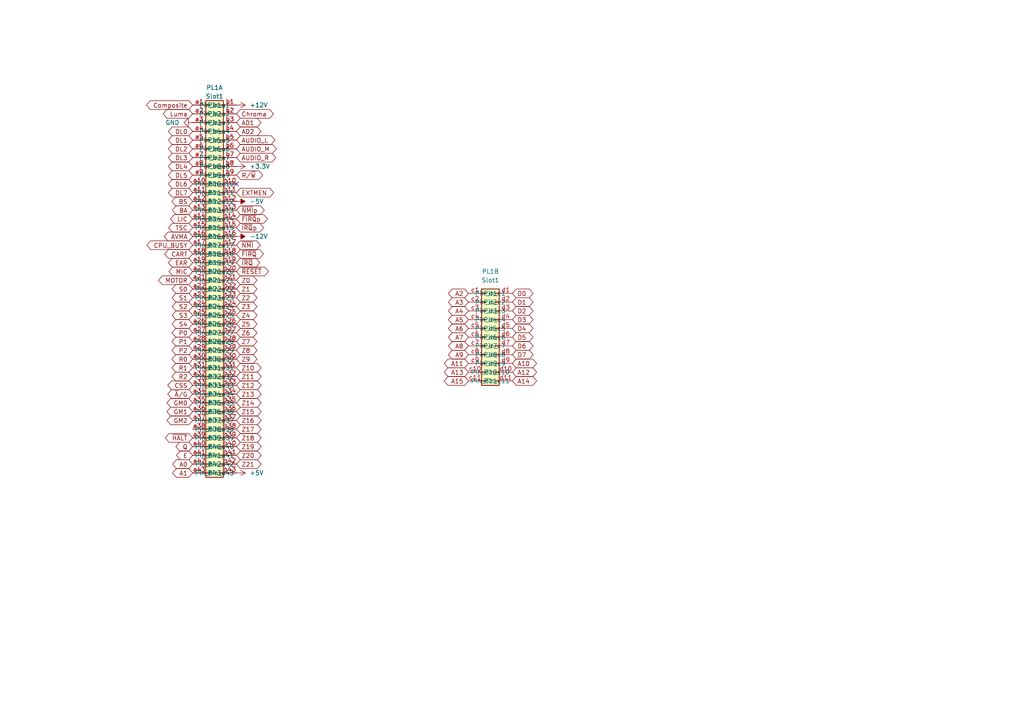
<source format=kicad_sch>
(kicad_sch (version 20231120) (generator "eeschema") (generator_version "8.0")
  (paper "A4")
  (lib_symbols
    (symbol "Card_Edge_1"
      (property "Reference" "PL" (at 0 -0.254 0))
      (symbol "Card_Edge_1_1_1"
        (pin passive line (at -6.35 53.34 0) (length 3.81) (name "Pin_a1") (number "a1"))
        (pin passive line (at -6.35 30.48 0) (length 3.81) (name "Pin_a10") (number "a10"))
        (pin passive line (at -6.35 27.94 0) (length 3.81) (name "Pin_a11") (number "a11"))
        (pin passive line (at -6.35 25.4 0) (length 3.81) (name "Pin_a12") (number "a12"))
        (pin passive line (at -6.35 22.86 0) (length 3.81) (name "Pin_a13") (number "a13"))
        (pin passive line (at -6.35 20.32 0) (length 3.81) (name "Pin_a14") (number "a14"))
        (pin passive line (at -6.35 17.78 0) (length 3.81) (name "Pin_a15") (number "a15"))
        (pin passive line (at -6.35 15.24 0) (length 3.81) (name "Pin_a16") (number "a16"))
        (pin passive line (at -6.35 12.7 0) (length 3.81) (name "Pin_a17") (number "a17"))
        (pin passive line (at -6.35 10.16 0) (length 3.81) (name "Pin_a18") (number "a18"))
        (pin passive line (at -6.35 7.62 0) (length 3.81) (name "Pin_a19") (number "a19"))
        (pin passive line (at -6.35 50.8 0) (length 3.81) (name "Pin_a2") (number "a2"))
        (pin passive line (at -6.35 5.08 0) (length 3.81) (name "Pin_a20") (number "a20"))
        (pin passive line (at -6.35 2.54 0) (length 3.81) (name "Pin_a21") (number "a21"))
        (pin passive line (at -6.35 0 0) (length 3.81) (name "Pin_a22") (number "a22"))
        (pin passive line (at -6.35 -2.54 0) (length 3.81) (name "Pin_a23") (number "a23"))
        (pin passive line (at -6.35 -5.08 0) (length 3.81) (name "Pin_a24") (number "a24"))
        (pin passive line (at -6.35 -7.62 0) (length 3.81) (name "Pin_a25") (number "a25"))
        (pin passive line (at -6.35 -10.16 0) (length 3.81) (name "Pin_a26") (number "a26"))
        (pin passive line (at -6.35 -12.7 0) (length 3.81) (name "Pin_a27") (number "a27"))
        (pin passive line (at -6.35 -15.24 0) (length 3.81) (name "Pin_a28") (number "a28"))
        (pin passive line (at -6.35 -17.78 0) (length 3.81) (name "Pin_a29") (number "a29"))
        (pin passive line (at -6.35 48.26 0) (length 3.81) (name "Pin_a3") (number "a3"))
        (pin passive line (at -6.35 -20.32 0) (length 3.81) (name "Pin_a30") (number "a30"))
        (pin passive line (at -6.35 -22.86 0) (length 3.81) (name "Pin_a31") (number "a31"))
        (pin passive line (at -6.35 -25.4 0) (length 3.81) (name "Pin_a32") (number "a32"))
        (pin passive line (at -6.35 -27.94 0) (length 3.81) (name "Pin_a33") (number "a33"))
        (pin passive line (at -6.35 -30.48 0) (length 3.81) (name "Pin_a34") (number "a34"))
        (pin passive line (at -6.35 -33.02 0) (length 3.81) (name "Pin_a35") (number "a35"))
        (pin passive line (at -6.35 -35.56 0) (length 3.81) (name "Pin_a36") (number "a36"))
        (pin passive line (at -6.35 -38.1 0) (length 3.81) (name "Pin_a37") (number "a37"))
        (pin passive line (at -6.35 -40.64 0) (length 3.81) (name "Pin_a38") (number "a38"))
        (pin passive line (at -6.35 -43.18 0) (length 3.81) (name "Pin_a39") (number "a39"))
        (pin passive line (at -6.35 45.72 0) (length 3.81) (name "Pin_a4") (number "a4"))
        (pin passive line (at -6.35 -45.72 0) (length 3.81) (name "Pin_a40") (number "a40"))
        (pin passive line (at -6.35 -48.26 0) (length 3.81) (name "Pin_a41") (number "a41"))
        (pin passive line (at -6.35 -50.8 0) (length 3.81) (name "Pin_a42") (number "a42"))
        (pin passive line (at -6.35 -53.34 0) (length 3.81) (name "Pin_a43") (number "a43"))
        (pin passive line (at -6.35 43.18 0) (length 3.81) (name "Pin_a5") (number "a5"))
        (pin passive line (at -6.35 40.64 0) (length 3.81) (name "Pin_a6") (number "a6"))
        (pin passive line (at -6.35 38.1 0) (length 3.81) (name "Pin_a7") (number "a7"))
        (pin passive line (at -6.35 35.56 0) (length 3.81) (name "Pin_a8") (number "a8"))
        (pin passive line (at -6.35 33.02 0) (length 3.81) (name "Pin_a9") (number "a9"))
        (pin passive line (at 6.35 53.34 180) (length 3.81) (name "Pin_b1") (number "b1"))
        (pin passive line (at 6.35 30.48 180) (length 3.81) (name "Pin_b10") (number "b10"))
        (pin passive line (at 6.35 27.94 180) (length 3.81) (name "Pin_b11") (number "b11"))
        (pin passive line (at 6.35 25.4 180) (length 3.81) (name "Pin_b12") (number "b12"))
        (pin passive line (at 6.35 22.86 180) (length 3.81) (name "Pin_b13") (number "b13"))
        (pin passive line (at 6.35 20.32 180) (length 3.81) (name "Pin_b14") (number "b14"))
        (pin passive line (at 6.35 17.78 180) (length 3.81) (name "Pin_b15") (number "b15"))
        (pin passive line (at 6.35 15.24 180) (length 3.81) (name "Pin_b16") (number "b16"))
        (pin passive line (at 6.35 12.7 180) (length 3.81) (name "Pin_b17") (number "b17"))
        (pin passive line (at 6.35 10.16 180) (length 3.81) (name "Pin_b18") (number "b18"))
        (pin passive line (at 6.35 7.62 180) (length 3.81) (name "Pin_b19") (number "b19"))
        (pin passive line (at 6.35 50.8 180) (length 3.81) (name "Pin_b2") (number "b2"))
        (pin passive line (at 6.35 5.08 180) (length 3.81) (name "Pin_b20") (number "b20"))
        (pin passive line (at 6.35 2.54 180) (length 3.81) (name "Pin_b21") (number "b21"))
        (pin passive line (at 6.35 0 180) (length 3.81) (name "Pin_b22") (number "b22"))
        (pin passive line (at 6.35 -2.54 180) (length 3.81) (name "Pin_b23") (number "b23"))
        (pin passive line (at 6.35 -5.08 180) (length 3.81) (name "Pin_b24") (number "b24"))
        (pin passive line (at 6.35 -7.62 180) (length 3.81) (name "Pin_b25") (number "b25"))
        (pin passive line (at 6.35 -10.16 180) (length 3.81) (name "Pin_b26") (number "b26"))
        (pin passive line (at 6.35 -12.7 180) (length 3.81) (name "Pin_b27") (number "b27"))
        (pin passive line (at 6.35 -15.24 180) (length 3.81) (name "Pin_b28") (number "b28"))
        (pin passive line (at 6.35 -17.78 180) (length 3.81) (name "Pin_b29") (number "b29"))
        (pin passive line (at 6.35 48.26 180) (length 3.81) (name "Pin_b3") (number "b3"))
        (pin passive line (at 6.35 -20.32 180) (length 3.81) (name "Pin_b30") (number "b30"))
        (pin passive line (at 6.35 -22.86 180) (length 3.81) (name "Pin_b31") (number "b31"))
        (pin passive line (at 6.35 -25.4 180) (length 3.81) (name "Pin_b32") (number "b32"))
        (pin passive line (at 6.35 -27.94 180) (length 3.81) (name "Pin_b33") (number "b33"))
        (pin passive line (at 6.35 -30.48 180) (length 3.81) (name "Pin_b34") (number "b34"))
        (pin passive line (at 6.35 -33.02 180) (length 3.81) (name "Pin_b35") (number "b35"))
        (pin passive line (at 6.35 -35.56 180) (length 3.81) (name "Pin_b36") (number "b36"))
        (pin passive line (at 6.35 -38.1 180) (length 3.81) (name "Pin_b37") (number "b37"))
        (pin passive line (at 6.35 -40.64 180) (length 3.81) (name "Pin_b38") (number "b38"))
        (pin passive line (at 6.35 -43.18 180) (length 3.81) (name "Pin_b39") (number "b39"))
        (pin passive line (at 6.35 45.72 180) (length 3.81) (name "Pin_b4") (number "b4"))
        (pin passive line (at 6.35 -45.72 180) (length 3.81) (name "Pin_b40") (number "b40"))
        (pin passive line (at 6.35 -48.26 180) (length 3.81) (name "Pin_b41") (number "b41"))
        (pin passive line (at 6.35 -50.8 180) (length 3.81) (name "Pin_b42") (number "b42"))
        (pin passive line (at 6.35 -53.34 180) (length 3.81) (name "Pin_b43") (number "b43"))
        (pin passive line (at 6.35 43.18 180) (length 3.81) (name "Pin_b5") (number "b5"))
        (pin passive line (at 6.35 40.64 180) (length 3.81) (name "Pin_b6") (number "b6"))
        (pin passive line (at 6.35 38.1 180) (length 3.81) (name "Pin_b7") (number "b7"))
        (pin passive line (at 6.35 35.56 180) (length 3.81) (name "Pin_b8") (number "b8"))
        (pin passive line (at 6.35 33.02 180) (length 3.81) (name "Pin_b9") (number "b9"))
      )
      (symbol "Card_Edge_1_2_1"
        (pin passive line (at -6.35 12.7 0) (length 3.81) (name "Pin_c1") (number "c1"))
        (pin passive line (at -6.35 -10.16 0) (length 3.81) (name "Pin_c10") (number "c10"))
        (pin passive line (at -6.35 -12.7 0) (length 3.81) (name "Pin_c11") (number "c11"))
        (pin passive line (at -6.35 10.16 0) (length 3.81) (name "Pin_c2") (number "c2"))
        (pin passive line (at -6.35 7.62 0) (length 3.81) (name "Pin_c3") (number "c3"))
        (pin passive line (at -6.35 5.08 0) (length 3.81) (name "Pin_c4") (number "c4"))
        (pin passive line (at -6.35 2.54 0) (length 3.81) (name "Pin_c5") (number "c5"))
        (pin passive line (at -6.35 0 0) (length 3.81) (name "Pin_c6") (number "c6"))
        (pin passive line (at -6.35 -2.54 0) (length 3.81) (name "Pin_c7") (number "c7"))
        (pin passive line (at -6.35 -5.08 0) (length 3.81) (name "Pin_c8") (number "c8"))
        (pin passive line (at -6.35 -7.62 0) (length 3.81) (name "Pin_c9") (number "c9"))
        (pin passive line (at 6.35 12.7 180) (length 3.81) (name "Pin_d1") (number "d1"))
        (pin passive line (at 6.35 -10.16 180) (length 3.81) (name "Pin_d10") (number "d10"))
        (pin passive line (at 6.35 -12.7 180) (length 3.81) (name "Pin_d11") (number "d11"))
        (pin passive line (at 6.35 10.16 180) (length 3.81) (name "Pin_d2") (number "d2"))
        (pin passive line (at 6.35 7.62 180) (length 3.81) (name "Pin_d3") (number "d3"))
        (pin passive line (at 6.35 5.08 180) (length 3.81) (name "Pin_d4") (number "d4"))
        (pin passive line (at 6.35 2.54 180) (length 3.81) (name "Pin_d5") (number "d5"))
        (pin passive line (at 6.35 0 180) (length 3.81) (name "Pin_d6") (number "d6"))
        (pin passive line (at 6.35 -2.54 180) (length 3.81) (name "Pin_d7") (number "d7"))
        (pin passive line (at 6.35 -5.08 180) (length 3.81) (name "Pin_d8") (number "d8"))
        (pin passive line (at 6.35 -7.62 180) (length 3.81) (name "Pin_d9") (number "d9"))
      )
    )
    (symbol "Library:Card_Edge"
      (property "Reference" "PL" (at 0 -0.254 0))
      (symbol "Card_Edge_1_1"
        (pin passive line (at -6.35 53.34 0) (length 3.81) (name "Pin_a1") (number "a1"))
        (pin passive line (at -6.35 30.48 0) (length 3.81) (name "Pin_a10") (number "a10"))
        (pin passive line (at -6.35 27.94 0) (length 3.81) (name "Pin_a11") (number "a11"))
        (pin passive line (at -6.35 25.4 0) (length 3.81) (name "Pin_a12") (number "a12"))
        (pin passive line (at -6.35 22.86 0) (length 3.81) (name "Pin_a13") (number "a13"))
        (pin passive line (at -6.35 20.32 0) (length 3.81) (name "Pin_a14") (number "a14"))
        (pin passive line (at -6.35 17.78 0) (length 3.81) (name "Pin_a15") (number "a15"))
        (pin passive line (at -6.35 15.24 0) (length 3.81) (name "Pin_a16") (number "a16"))
        (pin passive line (at -6.35 12.7 0) (length 3.81) (name "Pin_a17") (number "a17"))
        (pin passive line (at -6.35 10.16 0) (length 3.81) (name "Pin_a18") (number "a18"))
        (pin passive line (at -6.35 7.62 0) (length 3.81) (name "Pin_a19") (number "a19"))
        (pin passive line (at -6.35 50.8 0) (length 3.81) (name "Pin_a2") (number "a2"))
        (pin passive line (at -6.35 5.08 0) (length 3.81) (name "Pin_a20") (number "a20"))
        (pin passive line (at -6.35 2.54 0) (length 3.81) (name "Pin_a21") (number "a21"))
        (pin passive line (at -6.35 0 0) (length 3.81) (name "Pin_a22") (number "a22"))
        (pin passive line (at -6.35 -2.54 0) (length 3.81) (name "Pin_a23") (number "a23"))
        (pin passive line (at -6.35 -5.08 0) (length 3.81) (name "Pin_a24") (number "a24"))
        (pin passive line (at -6.35 -7.62 0) (length 3.81) (name "Pin_a25") (number "a25"))
        (pin passive line (at -6.35 -10.16 0) (length 3.81) (name "Pin_a26") (number "a26"))
        (pin passive line (at -6.35 -12.7 0) (length 3.81) (name "Pin_a27") (number "a27"))
        (pin passive line (at -6.35 -15.24 0) (length 3.81) (name "Pin_a28") (number "a28"))
        (pin passive line (at -6.35 -17.78 0) (length 3.81) (name "Pin_a29") (number "a29"))
        (pin passive line (at -6.35 48.26 0) (length 3.81) (name "Pin_a3") (number "a3"))
        (pin passive line (at -6.35 -20.32 0) (length 3.81) (name "Pin_a30") (number "a30"))
        (pin passive line (at -6.35 -22.86 0) (length 3.81) (name "Pin_a31") (number "a31"))
        (pin passive line (at -6.35 -25.4 0) (length 3.81) (name "Pin_a32") (number "a32"))
        (pin passive line (at -6.35 -27.94 0) (length 3.81) (name "Pin_a33") (number "a33"))
        (pin passive line (at -6.35 -30.48 0) (length 3.81) (name "Pin_a34") (number "a34"))
        (pin passive line (at -6.35 -33.02 0) (length 3.81) (name "Pin_a35") (number "a35"))
        (pin passive line (at -6.35 -35.56 0) (length 3.81) (name "Pin_a36") (number "a36"))
        (pin passive line (at -6.35 -38.1 0) (length 3.81) (name "Pin_a37") (number "a37"))
        (pin passive line (at -6.35 -40.64 0) (length 3.81) (name "Pin_a38") (number "a38"))
        (pin passive line (at -6.35 -43.18 0) (length 3.81) (name "Pin_a39") (number "a39"))
        (pin passive line (at -6.35 45.72 0) (length 3.81) (name "Pin_a4") (number "a4"))
        (pin passive line (at -6.35 -45.72 0) (length 3.81) (name "Pin_a40") (number "a40"))
        (pin passive line (at -6.35 -48.26 0) (length 3.81) (name "Pin_a41") (number "a41"))
        (pin passive line (at -6.35 -50.8 0) (length 3.81) (name "Pin_a42") (number "a42"))
        (pin passive line (at -6.35 -53.34 0) (length 3.81) (name "Pin_a43") (number "a43"))
        (pin passive line (at -6.35 43.18 0) (length 3.81) (name "Pin_a5") (number "a5"))
        (pin passive line (at -6.35 40.64 0) (length 3.81) (name "Pin_a6") (number "a6"))
        (pin passive line (at -6.35 38.1 0) (length 3.81) (name "Pin_a7") (number "a7"))
        (pin passive line (at -6.35 35.56 0) (length 3.81) (name "Pin_a8") (number "a8"))
        (pin passive line (at -6.35 33.02 0) (length 3.81) (name "Pin_a9") (number "a9"))
        (pin passive line (at 6.35 53.34 180) (length 3.81) (name "Pin_b1") (number "b1"))
        (pin passive line (at 6.35 30.48 180) (length 3.81) (name "Pin_b10") (number "b10"))
        (pin passive line (at 6.35 27.94 180) (length 3.81) (name "Pin_b11") (number "b11"))
        (pin passive line (at 6.35 25.4 180) (length 3.81) (name "Pin_b12") (number "b12"))
        (pin passive line (at 6.35 22.86 180) (length 3.81) (name "Pin_b13") (number "b13"))
        (pin passive line (at 6.35 20.32 180) (length 3.81) (name "Pin_b14") (number "b14"))
        (pin passive line (at 6.35 17.78 180) (length 3.81) (name "Pin_b15") (number "b15"))
        (pin passive line (at 6.35 15.24 180) (length 3.81) (name "Pin_b16") (number "b16"))
        (pin passive line (at 6.35 12.7 180) (length 3.81) (name "Pin_b17") (number "b17"))
        (pin passive line (at 6.35 10.16 180) (length 3.81) (name "Pin_b18") (number "b18"))
        (pin passive line (at 6.35 7.62 180) (length 3.81) (name "Pin_b19") (number "b19"))
        (pin passive line (at 6.35 50.8 180) (length 3.81) (name "Pin_b2") (number "b2"))
        (pin passive line (at 6.35 5.08 180) (length 3.81) (name "Pin_b20") (number "b20"))
        (pin passive line (at 6.35 2.54 180) (length 3.81) (name "Pin_b21") (number "b21"))
        (pin passive line (at 6.35 0 180) (length 3.81) (name "Pin_b22") (number "b22"))
        (pin passive line (at 6.35 -2.54 180) (length 3.81) (name "Pin_b23") (number "b23"))
        (pin passive line (at 6.35 -5.08 180) (length 3.81) (name "Pin_b24") (number "b24"))
        (pin passive line (at 6.35 -7.62 180) (length 3.81) (name "Pin_b25") (number "b25"))
        (pin passive line (at 6.35 -10.16 180) (length 3.81) (name "Pin_b26") (number "b26"))
        (pin passive line (at 6.35 -12.7 180) (length 3.81) (name "Pin_b27") (number "b27"))
        (pin passive line (at 6.35 -15.24 180) (length 3.81) (name "Pin_b28") (number "b28"))
        (pin passive line (at 6.35 -17.78 180) (length 3.81) (name "Pin_b29") (number "b29"))
        (pin passive line (at 6.35 48.26 180) (length 3.81) (name "Pin_b3") (number "b3"))
        (pin passive line (at 6.35 -20.32 180) (length 3.81) (name "Pin_b30") (number "b30"))
        (pin passive line (at 6.35 -22.86 180) (length 3.81) (name "Pin_b31") (number "b31"))
        (pin passive line (at 6.35 -25.4 180) (length 3.81) (name "Pin_b32") (number "b32"))
        (pin passive line (at 6.35 -27.94 180) (length 3.81) (name "Pin_b33") (number "b33"))
        (pin passive line (at 6.35 -30.48 180) (length 3.81) (name "Pin_b34") (number "b34"))
        (pin passive line (at 6.35 -33.02 180) (length 3.81) (name "Pin_b35") (number "b35"))
        (pin passive line (at 6.35 -35.56 180) (length 3.81) (name "Pin_b36") (number "b36"))
        (pin passive line (at 6.35 -38.1 180) (length 3.81) (name "Pin_b37") (number "b37"))
        (pin passive line (at 6.35 -40.64 180) (length 3.81) (name "Pin_b38") (number "b38"))
        (pin passive line (at 6.35 -43.18 180) (length 3.81) (name "Pin_b39") (number "b39"))
        (pin passive line (at 6.35 45.72 180) (length 3.81) (name "Pin_b4") (number "b4"))
        (pin passive line (at 6.35 -45.72 180) (length 3.81) (name "Pin_b40") (number "b40"))
        (pin passive line (at 6.35 -48.26 180) (length 3.81) (name "Pin_b41") (number "b41"))
        (pin passive line (at 6.35 -50.8 180) (length 3.81) (name "Pin_b42") (number "b42"))
        (pin passive line (at 6.35 -53.34 180) (length 3.81) (name "Pin_b43") (number "b43"))
        (pin passive line (at 6.35 43.18 180) (length 3.81) (name "Pin_b5") (number "b5"))
        (pin passive line (at 6.35 40.64 180) (length 3.81) (name "Pin_b6") (number "b6"))
        (pin passive line (at 6.35 38.1 180) (length 3.81) (name "Pin_b7") (number "b7"))
        (pin passive line (at 6.35 35.56 180) (length 3.81) (name "Pin_b8") (number "b8"))
        (pin passive line (at 6.35 33.02 180) (length 3.81) (name "Pin_b9") (number "b9"))
      )
      (symbol "Card_Edge_2_1"
        (pin passive line (at -6.35 36.83 0) (length 3.81) (name "Pin_c1") (number "c1"))
        (pin passive line (at -6.35 13.97 0) (length 3.81) (name "Pin_c10") (number "c10"))
        (pin passive line (at -6.35 11.43 0) (length 3.81) (name "Pin_c11") (number "c11"))
        (pin passive line (at -6.35 8.89 0) (length 3.81) (name "Pin_c12") (number "c12"))
        (pin passive line (at -6.35 6.35 0) (length 3.81) (name "Pin_c13") (number "c13"))
        (pin passive line (at -6.35 3.81 0) (length 3.81) (name "Pin_c14") (number "c14"))
        (pin passive line (at -6.35 1.27 0) (length 3.81) (name "Pin_c15") (number "c15"))
        (pin passive line (at -6.35 -1.27 0) (length 3.81) (name "Pin_c16") (number "c16"))
        (pin passive line (at -6.35 -3.81 0) (length 3.81) (name "Pin_c17") (number "c17"))
        (pin passive line (at -6.35 -6.35 0) (length 3.81) (name "Pin_c18") (number "c18"))
        (pin passive line (at -6.35 -8.89 0) (length 3.81) (name "Pin_c19") (number "c19"))
        (pin passive line (at -6.35 34.29 0) (length 3.81) (name "Pin_c2") (number "c2"))
        (pin passive line (at -6.35 -11.43 0) (length 3.81) (name "Pin_c20") (number "c20"))
        (pin passive line (at -6.35 -13.97 0) (length 3.81) (name "Pin_c21") (number "c21"))
        (pin passive line (at -6.35 -16.51 0) (length 3.81) (name "Pin_c22") (number "c22"))
        (pin passive line (at -6.35 -19.05 0) (length 3.81) (name "Pin_c23") (number "c23"))
        (pin passive line (at -6.35 -21.59 0) (length 3.81) (name "Pin_c24") (number "c24"))
        (pin passive line (at -6.35 -24.13 0) (length 3.81) (name "Pin_c25") (number "c25"))
        (pin passive line (at -6.35 -26.67 0) (length 3.81) (name "Pin_c26") (number "c26"))
        (pin passive line (at -6.35 -29.21 0) (length 3.81) (name "Pin_c27") (number "c27"))
        (pin passive line (at -6.35 -31.75 0) (length 3.81) (name "Pin_c28") (number "c28"))
        (pin passive line (at -6.35 -34.29 0) (length 3.81) (name "Pin_c29") (number "c29"))
        (pin passive line (at -6.35 31.75 0) (length 3.81) (name "Pin_c3") (number "c3"))
        (pin passive line (at -6.35 -36.83 0) (length 3.81) (name "Pin_c30") (number "c30"))
        (pin passive line (at -6.35 29.21 0) (length 3.81) (name "Pin_c4") (number "c4"))
        (pin passive line (at -6.35 26.67 0) (length 3.81) (name "Pin_c5") (number "c5"))
        (pin passive line (at -6.35 24.13 0) (length 3.81) (name "Pin_c6") (number "c6"))
        (pin passive line (at -6.35 21.59 0) (length 3.81) (name "Pin_c7") (number "c7"))
        (pin passive line (at -6.35 19.05 0) (length 3.81) (name "Pin_c8") (number "c8"))
        (pin passive line (at -6.35 16.51 0) (length 3.81) (name "Pin_c9") (number "c9"))
        (pin passive line (at 6.35 36.83 180) (length 3.81) (name "Pin_d1") (number "d1"))
        (pin passive line (at 6.35 13.97 180) (length 3.81) (name "Pin_d10") (number "d10"))
        (pin passive line (at 6.35 11.43 180) (length 3.81) (name "Pin_d11") (number "d11"))
        (pin passive line (at 6.35 8.89 180) (length 3.81) (name "Pin_d12") (number "d12"))
        (pin passive line (at 6.35 6.35 180) (length 3.81) (name "Pin_d13") (number "d13"))
        (pin passive line (at 6.35 3.81 180) (length 3.81) (name "Pin_d14") (number "d14"))
        (pin passive line (at 6.35 1.27 180) (length 3.81) (name "Pin_d15") (number "d15"))
        (pin passive line (at 6.35 -1.27 180) (length 3.81) (name "Pin_d16") (number "d16"))
        (pin passive line (at 6.35 -3.81 180) (length 3.81) (name "Pin_d17") (number "d17"))
        (pin passive line (at 6.35 -6.35 180) (length 3.81) (name "Pin_d18") (number "d18"))
        (pin passive line (at 6.35 -8.89 180) (length 3.81) (name "Pin_d19") (number "d19"))
        (pin passive line (at 6.35 34.29 180) (length 3.81) (name "Pin_d2") (number "d2"))
        (pin passive line (at 6.35 -11.43 180) (length 3.81) (name "Pin_d20") (number "d20"))
        (pin passive line (at 6.35 -13.97 180) (length 3.81) (name "Pin_d21") (number "d21"))
        (pin passive line (at 6.35 -16.51 180) (length 3.81) (name "Pin_d22") (number "d22"))
        (pin passive line (at 6.35 -19.05 180) (length 3.81) (name "Pin_d23") (number "d23"))
        (pin passive line (at 6.35 -21.59 180) (length 3.81) (name "Pin_d24") (number "d24"))
        (pin passive line (at 6.35 -24.13 180) (length 3.81) (name "Pin_d25") (number "d25"))
        (pin passive line (at 6.35 -26.67 180) (length 3.81) (name "Pin_d26") (number "d26"))
        (pin passive line (at 6.35 -29.21 180) (length 3.81) (name "Pin_d27") (number "d27"))
        (pin passive line (at 6.35 -31.75 180) (length 3.81) (name "Pin_d28") (number "d28"))
        (pin passive line (at 6.35 -34.29 180) (length 3.81) (name "Pin_d29") (number "d29"))
        (pin passive line (at 6.35 31.75 180) (length 3.81) (name "Pin_d3") (number "d3"))
        (pin passive line (at 6.35 -36.83 180) (length 3.81) (name "Pin_d30") (number "d30"))
        (pin passive line (at 6.35 29.21 180) (length 3.81) (name "Pin_d4") (number "d4"))
        (pin passive line (at 6.35 26.67 180) (length 3.81) (name "Pin_d5") (number "d5"))
        (pin passive line (at 6.35 24.13 180) (length 3.81) (name "Pin_d6") (number "d6"))
        (pin passive line (at 6.35 21.59 180) (length 3.81) (name "Pin_d7") (number "d7"))
        (pin passive line (at 6.35 19.05 180) (length 3.81) (name "Pin_d8") (number "d8"))
        (pin passive line (at 6.35 16.51 180) (length 3.81) (name "Pin_d9") (number "d9"))
      )
    )
    (symbol "power:+12V" (power) (pin_numbers hide) (pin_names (offset 0) hide)
      (property "Value" "+12V" (at 0 3.556 0))
      (symbol "+12V_1_1"
        (pin power_in line (at 0 0 90) (length 0) (name "~") (number "1"))
      )
    )
    (symbol "power:+3.3V" (power) (pin_numbers hide) (pin_names (offset 0) hide)
      (property "Value" "+3.3V" (at 0 3.556 0))
      (symbol "+3.3V_1_1"
        (pin power_in line (at 0 0 90) (length 0) (name "~") (number "1"))
      )
    )
    (symbol "power:+5V" (power) (pin_numbers hide) (pin_names (offset 0) hide)
      (property "Value" "+5V" (at 0 3.556 0))
      (symbol "+5V_1_1"
        (pin power_in line (at 0 0 90) (length 0) (name "~") (number "1"))
      )
    )
    (symbol "power:-12V" (power) (pin_numbers hide) (pin_names (offset 0) hide)
      (property "Value" "-12V" (at 0 3.556 0))
      (symbol "-12V_0_0"
        (pin power_in line (at 0 0 90) (length 0) (name "~") (number "1"))
      )
    )
    (symbol "power:-5V" (power) (pin_numbers hide) (pin_names (offset 0) hide)
      (property "Value" "-5V" (at 0 3.556 0))
      (symbol "-5V_0_0"
        (pin power_in line (at 0 0 90) (length 0) (name "~") (number "1"))
      )
    )
    (symbol "power:GND" (power) (pin_numbers hide) (pin_names (offset 0) hide)
      (property "Value" "GND" (at 0 -3.81 0))
      (symbol "GND_1_1"
        (pin power_in line (at 0 0 270) (length 0) (name "~") (number "1"))
      )
    )
  )
  (no_connect (at 68.58 53.34))
  (global_label "Z20" (shape bidirectional) (at 68.58 132.08 0) (property "Intersheetrefs" "${INTERSHEET_REFS}" (effects (hide yes))))
  (global_label "GM2" (shape bidirectional) (at 55.88 121.92 180) (property "Intersheetrefs" "${INTERSHEET_REFS}" (effects (hide yes))))
  (global_label "DL1" (shape bidirectional) (at 55.88 40.64 180) (property "Intersheetrefs" "${INTERSHEET_REFS}" (effects (hide yes))))
  (global_label "R1" (shape bidirectional) (at 55.88 106.68 180) (property "Intersheetrefs" "${INTERSHEET_REFS}" (effects (hide yes))))
  (global_label "AUDIO_M" (shape bidirectional) (at 68.58 43.18 0) (property "Intersheetrefs" "${INTERSHEET_REFS}" (effects (hide yes))))
  (global_label "Chroma" (shape bidirectional) (at 68.58 33.02 0) (property "Intersheetrefs" "${INTERSHEET_REFS}" (effects (hide yes))))
  (global_label "~{IRQ}p" (shape bidirectional) (at 68.58 66.04 0) (property "Intersheetrefs" "${INTERSHEET_REFS}" (effects (hide yes))))
  (global_label "DL0" (shape bidirectional) (at 55.88 38.1 180) (property "Intersheetrefs" "${INTERSHEET_REFS}" (effects (hide yes))))
  (global_label "MOTOR" (shape bidirectional) (at 55.88 81.28 180) (property "Intersheetrefs" "${INTERSHEET_REFS}" (effects (hide yes))))
  (global_label "P1" (shape bidirectional) (at 55.88 99.06 180) (property "Intersheetrefs" "${INTERSHEET_REFS}" (effects (hide yes))))
  (global_label "GM0" (shape bidirectional) (at 55.88 116.84 180) (property "Intersheetrefs" "${INTERSHEET_REFS}" (effects (hide yes))))
  (global_label "Z7" (shape bidirectional) (at 68.58 99.06 0) (property "Intersheetrefs" "${INTERSHEET_REFS}" (effects (hide yes))))
  (global_label "Q" (shape bidirectional) (at 55.88 129.54 180) (property "Intersheetrefs" "${INTERSHEET_REFS}" (effects (hide yes))))
  (global_label "A8" (shape bidirectional) (at 135.89 100.33 180) (property "Intersheetrefs" "${INTERSHEET_REFS}" (effects (hide yes))))
  (global_label "A10" (shape bidirectional) (at 148.59 105.41 0) (property "Intersheetrefs" "${INTERSHEET_REFS}" (effects (hide yes))))
  (global_label "D2" (shape bidirectional) (at 148.59 90.17 0) (property "Intersheetrefs" "${INTERSHEET_REFS}" (effects (hide yes))))
  (global_label "D1" (shape bidirectional) (at 148.59 87.63 0) (property "Intersheetrefs" "${INTERSHEET_REFS}" (effects (hide yes))))
  (global_label "DL5" (shape bidirectional) (at 55.88 50.8 180) (property "Intersheetrefs" "${INTERSHEET_REFS}" (effects (hide yes))))
  (global_label "LIC" (shape bidirectional) (at 55.88 63.5 180) (property "Intersheetrefs" "${INTERSHEET_REFS}" (effects (hide yes))))
  (global_label "A15" (shape bidirectional) (at 135.89 110.49 180) (property "Intersheetrefs" "${INTERSHEET_REFS}" (effects (hide yes))))
  (global_label "S3" (shape bidirectional) (at 55.88 91.44 180) (property "Intersheetrefs" "${INTERSHEET_REFS}" (effects (hide yes))))
  (global_label "D6" (shape bidirectional) (at 148.59 100.33 0) (property "Intersheetrefs" "${INTERSHEET_REFS}" (effects (hide yes))))
  (global_label "A3" (shape bidirectional) (at 135.89 87.63 180) (property "Intersheetrefs" "${INTERSHEET_REFS}" (effects (hide yes))))
  (global_label "S1" (shape bidirectional) (at 55.88 86.36 180) (property "Intersheetrefs" "${INTERSHEET_REFS}" (effects (hide yes))))
  (global_label "EXTMEN" (shape bidirectional) (at 68.58 55.88 0) (property "Intersheetrefs" "${INTERSHEET_REFS}" (effects (hide yes))))
  (global_label "EAR" (shape bidirectional) (at 55.88 76.2 180) (property "Intersheetrefs" "${INTERSHEET_REFS}" (effects (hide yes))))
  (global_label "~{RESET}" (shape bidirectional) (at 68.58 78.74 0) (property "Intersheetrefs" "${INTERSHEET_REFS}" (effects (hide yes))))
  (global_label "A1" (shape bidirectional) (at 55.88 137.16 180) (property "Intersheetrefs" "${INTERSHEET_REFS}" (effects (hide yes))))
  (global_label "S2" (shape bidirectional) (at 55.88 88.9 180) (property "Intersheetrefs" "${INTERSHEET_REFS}" (effects (hide yes))))
  (global_label "Z11" (shape bidirectional) (at 68.58 109.22 0) (property "Intersheetrefs" "${INTERSHEET_REFS}" (effects (hide yes))))
  (global_label "BA" (shape bidirectional) (at 55.88 60.96 180) (property "Intersheetrefs" "${INTERSHEET_REFS}" (effects (hide yes))))
  (global_label "Z21" (shape bidirectional) (at 68.58 134.62 0) (property "Intersheetrefs" "${INTERSHEET_REFS}" (effects (hide yes))))
  (global_label "R0" (shape bidirectional) (at 55.88 104.14 180) (property "Intersheetrefs" "${INTERSHEET_REFS}" (effects (hide yes))))
  (global_label "P0" (shape bidirectional) (at 55.88 96.52 180) (property "Intersheetrefs" "${INTERSHEET_REFS}" (effects (hide yes))))
  (global_label "AUDIO_R" (shape bidirectional) (at 68.58 45.72 0) (property "Intersheetrefs" "${INTERSHEET_REFS}" (effects (hide yes))))
  (global_label "AUDIO_L" (shape bidirectional) (at 68.58 40.64 0) (property "Intersheetrefs" "${INTERSHEET_REFS}" (effects (hide yes))))
  (global_label "CSS" (shape bidirectional) (at 55.88 111.76 180) (property "Intersheetrefs" "${INTERSHEET_REFS}" (effects (hide yes))))
  (global_label "~{IRQ}" (shape bidirectional) (at 68.58 76.2 0) (property "Intersheetrefs" "${INTERSHEET_REFS}" (effects (hide yes))))
  (global_label "DL7" (shape bidirectional) (at 55.88 55.88 180) (property "Intersheetrefs" "${INTERSHEET_REFS}" (effects (hide yes))))
  (global_label "D3" (shape bidirectional) (at 148.59 92.71 0) (property "Intersheetrefs" "${INTERSHEET_REFS}" (effects (hide yes))))
  (global_label "AD2" (shape bidirectional) (at 68.58 38.1 0) (property "Intersheetrefs" "${INTERSHEET_REFS}" (effects (hide yes))))
  (global_label "R2" (shape bidirectional) (at 55.88 109.22 180) (property "Intersheetrefs" "${INTERSHEET_REFS}" (effects (hide yes))))
  (global_label "S4" (shape bidirectional) (at 55.88 93.98 180) (property "Intersheetrefs" "${INTERSHEET_REFS}" (effects (hide yes))))
  (global_label "E" (shape bidirectional) (at 55.88 132.08 180) (property "Intersheetrefs" "${INTERSHEET_REFS}" (effects (hide yes))))
  (global_label "Luma" (shape bidirectional) (at 55.88 33.02 180) (property "Intersheetrefs" "${INTERSHEET_REFS}" (effects (hide yes))))
  (global_label "Z9" (shape bidirectional) (at 68.58 104.14 0) (property "Intersheetrefs" "${INTERSHEET_REFS}" (effects (hide yes))))
  (global_label "D0" (shape bidirectional) (at 148.59 85.09 0) (property "Intersheetrefs" "${INTERSHEET_REFS}" (effects (hide yes))))
  (global_label "S0" (shape bidirectional) (at 55.88 83.82 180) (property "Intersheetrefs" "${INTERSHEET_REFS}" (effects (hide yes))))
  (global_label "Z15" (shape bidirectional) (at 68.58 119.38 0) (property "Intersheetrefs" "${INTERSHEET_REFS}" (effects (hide yes))))
  (global_label "R{slash}~{W}" (shape bidirectional) (at 68.58 50.8 0) (property "Intersheetrefs" "${INTERSHEET_REFS}" (effects (hide yes))))
  (global_label "BS" (shape bidirectional) (at 55.88 58.42 180) (property "Intersheetrefs" "${INTERSHEET_REFS}" (effects (hide yes))))
  (global_label "~{FIRQ}p" (shape bidirectional) (at 68.58 63.5 0) (property "Intersheetrefs" "${INTERSHEET_REFS}" (effects (hide yes))))
  (global_label "Z5" (shape bidirectional) (at 68.58 93.98 0) (property "Intersheetrefs" "${INTERSHEET_REFS}" (effects (hide yes))))
  (global_label "DL2" (shape bidirectional) (at 55.88 43.18 180) (property "Intersheetrefs" "${INTERSHEET_REFS}" (effects (hide yes))))
  (global_label "Z14" (shape bidirectional) (at 68.58 116.84 0) (property "Intersheetrefs" "${INTERSHEET_REFS}" (effects (hide yes))))
  (global_label "DL4" (shape bidirectional) (at 55.88 48.26 180) (property "Intersheetrefs" "${INTERSHEET_REFS}" (effects (hide yes))))
  (global_label "AD1" (shape bidirectional) (at 68.58 35.56 0) (property "Intersheetrefs" "${INTERSHEET_REFS}" (effects (hide yes))))
  (global_label "A6" (shape bidirectional) (at 135.89 95.25 180) (property "Intersheetrefs" "${INTERSHEET_REFS}" (effects (hide yes))))
  (global_label "A2" (shape bidirectional) (at 135.89 85.09 180) (property "Intersheetrefs" "${INTERSHEET_REFS}" (effects (hide yes))))
  (global_label "A11" (shape bidirectional) (at 135.89 105.41 180) (property "Intersheetrefs" "${INTERSHEET_REFS}" (effects (hide yes))))
  (global_label "A9" (shape bidirectional) (at 135.89 102.87 180) (property "Intersheetrefs" "${INTERSHEET_REFS}" (effects (hide yes))))
  (global_label "Z1" (shape bidirectional) (at 68.58 83.82 0) (property "Intersheetrefs" "${INTERSHEET_REFS}" (effects (hide yes))))
  (global_label "AVMA" (shape bidirectional) (at 55.88 68.58 180) (property "Intersheetrefs" "${INTERSHEET_REFS}" (effects (hide yes))))
  (global_label "DL3" (shape bidirectional) (at 55.88 45.72 180) (property "Intersheetrefs" "${INTERSHEET_REFS}" (effects (hide yes))))
  (global_label "A5" (shape bidirectional) (at 135.89 92.71 180) (property "Intersheetrefs" "${INTERSHEET_REFS}" (effects (hide yes))))
  (global_label "Z3" (shape bidirectional) (at 68.58 88.9 0) (property "Intersheetrefs" "${INTERSHEET_REFS}" (effects (hide yes))))
  (global_label "CPU_BUSY" (shape bidirectional) (at 55.88 71.12 180) (property "Intersheetrefs" "${INTERSHEET_REFS}" (effects (hide yes))))
  (global_label "A0" (shape bidirectional) (at 55.88 134.62 180) (property "Intersheetrefs" "${INTERSHEET_REFS}" (effects (hide yes))))
  (global_label "Z4" (shape bidirectional) (at 68.58 91.44 0) (property "Intersheetrefs" "${INTERSHEET_REFS}" (effects (hide yes))))
  (global_label "~{A}{slash}G" (shape bidirectional) (at 55.88 114.3 180) (property "Intersheetrefs" "${INTERSHEET_REFS}" (effects (hide yes))))
  (global_label "A7" (shape bidirectional) (at 135.89 97.79 180) (property "Intersheetrefs" "${INTERSHEET_REFS}" (effects (hide yes))))
  (global_label "A14" (shape bidirectional) (at 148.59 110.49 0) (property "Intersheetrefs" "${INTERSHEET_REFS}" (effects (hide yes))))
  (global_label "Composite" (shape bidirectional) (at 55.88 30.48 180) (property "Intersheetrefs" "${INTERSHEET_REFS}" (effects (hide yes))))
  (global_label "Z17" (shape bidirectional) (at 68.58 124.46 0) (property "Intersheetrefs" "${INTERSHEET_REFS}" (effects (hide yes))))
  (global_label "A4" (shape bidirectional) (at 135.89 90.17 180) (property "Intersheetrefs" "${INTERSHEET_REFS}" (effects (hide yes))))
  (global_label "Z12" (shape bidirectional) (at 68.58 111.76 0) (property "Intersheetrefs" "${INTERSHEET_REFS}" (effects (hide yes))))
  (global_label "GM1" (shape bidirectional) (at 55.88 119.38 180) (property "Intersheetrefs" "${INTERSHEET_REFS}" (effects (hide yes))))
  (global_label "Z8" (shape bidirectional) (at 68.58 101.6 0) (property "Intersheetrefs" "${INTERSHEET_REFS}" (effects (hide yes))))
  (global_label "DL6" (shape bidirectional) (at 55.88 53.34 180) (property "Intersheetrefs" "${INTERSHEET_REFS}" (effects (hide yes))))
  (global_label "Z10" (shape bidirectional) (at 68.58 106.68 0) (property "Intersheetrefs" "${INTERSHEET_REFS}" (effects (hide yes))))
  (global_label "~{NMI}p" (shape bidirectional) (at 68.58 60.96 0) (property "Intersheetrefs" "${INTERSHEET_REFS}" (effects (hide yes))))
  (global_label "~{FIRQ}" (shape bidirectional) (at 68.58 73.66 0) (property "Intersheetrefs" "${INTERSHEET_REFS}" (effects (hide yes))))
  (global_label "Z13" (shape bidirectional) (at 68.58 114.3 0) (property "Intersheetrefs" "${INTERSHEET_REFS}" (effects (hide yes))))
  (global_label "~{NMI}" (shape bidirectional) (at 68.58 71.12 0) (property "Intersheetrefs" "${INTERSHEET_REFS}" (effects (hide yes))))
  (global_label "TSC" (shape bidirectional) (at 55.88 66.04 180) (property "Intersheetrefs" "${INTERSHEET_REFS}" (effects (hide yes))))
  (global_label "Z19" (shape bidirectional) (at 68.58 129.54 0) (property "Intersheetrefs" "${INTERSHEET_REFS}" (effects (hide yes))))
  (global_label "CART" (shape bidirectional) (at 55.88 73.66 180) (property "Intersheetrefs" "${INTERSHEET_REFS}" (effects (hide yes))))
  (global_label "A13" (shape bidirectional) (at 135.89 107.95 180) (property "Intersheetrefs" "${INTERSHEET_REFS}" (effects (hide yes))))
  (global_label "A12" (shape bidirectional) (at 148.59 107.95 0) (property "Intersheetrefs" "${INTERSHEET_REFS}" (effects (hide yes))))
  (global_label "D4" (shape bidirectional) (at 148.59 95.25 0) (property "Intersheetrefs" "${INTERSHEET_REFS}" (effects (hide yes))))
  (global_label "Z16" (shape bidirectional) (at 68.58 121.92 0) (property "Intersheetrefs" "${INTERSHEET_REFS}" (effects (hide yes))))
  (global_label "Z0" (shape bidirectional) (at 68.58 81.28 0) (property "Intersheetrefs" "${INTERSHEET_REFS}" (effects (hide yes))))
  (global_label "Z2" (shape bidirectional) (at 68.58 86.36 0) (property "Intersheetrefs" "${INTERSHEET_REFS}" (effects (hide yes))))
  (global_label "~{HALT}" (shape bidirectional) (at 55.88 127 180) (property "Intersheetrefs" "${INTERSHEET_REFS}" (effects (hide yes))))
  (global_label "D7" (shape bidirectional) (at 148.59 102.87 0) (property "Intersheetrefs" "${INTERSHEET_REFS}" (effects (hide yes))))
  (global_label "Z6" (shape bidirectional) (at 68.58 96.52 0) (property "Intersheetrefs" "${INTERSHEET_REFS}" (effects (hide yes))))
  (global_label "MIC" (shape bidirectional) (at 55.88 78.74 180) (property "Intersheetrefs" "${INTERSHEET_REFS}" (effects (hide yes))))
  (global_label "D5" (shape bidirectional) (at 148.59 97.79 0) (property "Intersheetrefs" "${INTERSHEET_REFS}" (effects (hide yes))))
  (global_label "P2" (shape bidirectional) (at 55.88 101.6 180) (property "Intersheetrefs" "${INTERSHEET_REFS}" (effects (hide yes))))
  (global_label "Z18" (shape bidirectional) (at 68.58 127 0) (property "Intersheetrefs" "${INTERSHEET_REFS}" (effects (hide yes))))
  (symbol (lib_id "power:+5V") (at 68.58 137.16 270) (unit 1)
    (property "Reference" "#PWR031" (effects (hide yes)))
    (property "Value" "+5V" (at 72.39 137.1599 90) (effects (justify left)))
    (property "Description" "Power symbol creates a global label with name \"+5V\"" (effects (hide yes)))
  )
  (symbol (lib_id "power:+3.3V") (at 68.58 48.26 270) (unit 1)
    (property "Reference" "#PWR03" (effects (hide yes)))
    (property "Value" "+3.3V" (at 72.39 48.2599 90) (effects (justify left)))
    (property "Description" "Power symbol creates a global label with name \"+3.3V\"" (effects (hide yes)))
  )
  (symbol (lib_id "power:-12V") (at 68.58 68.58 270) (unit 1)
    (property "Reference" "#PWR04" (effects (hide yes)))
    (property "Value" "-12V" (at 72.39 68.5799 90) (effects (justify left)))
    (property "Description" "Power symbol creates a global label with name \"-12V\"" (effects (hide yes)))
  )
  (symbol (lib_name "Card_Edge_1") (lib_id "Library:Card_Edge") (at 142.24 97.79 0) (unit 2)
    (property "Reference" "PL1" (at 142.24 78.74 0))
    (property "Value" "Slot1" (at 142.24 81.28 0))
    (property "Footprint" "Library:Card_Edge" (effects (hide yes)))
  )
  (symbol (lib_id "power:+12V") (at 68.58 30.48 270) (unit 1)
    (property "Reference" "#PWR01" (effects (hide yes)))
    (property "Value" "+12V" (at 72.39 30.4799 90) (effects (justify left)))
    (property "Description" "Power symbol creates a global label with name \"+12V\"" (effects (hide yes)))
  )
  (symbol (lib_id "power:-5V") (at 68.58 58.42 270) (unit 1)
    (property "Reference" "#PWR017" (effects (hide yes)))
    (property "Value" "-5V" (at 72.39 58.4199 90) (effects (justify left)))
    (property "Description" "Power symbol creates a global label with name \"-5V\"" (effects (hide yes)))
  )
  (symbol (lib_id "power:GND") (at 55.88 35.56 270) (unit 1)
    (property "Reference" "#PWR02" (effects (hide yes)))
    (property "Value" "GND" (at 52.07 35.5599 90) (effects (justify right)))
    (property "Description" "Power symbol creates a global label with name \"GND\" , ground" (effects (hide yes)))
  )
  (symbol (lib_id "Library:Card_Edge") (at 62.23 83.82 0) (unit 1)
    (property "Reference" "PL1" (at 62.23 25.4 0))
    (property "Value" "Slot1" (at 62.23 27.94 0))
    (property "Footprint" "Library:Card_Edge" (effects (hide yes)))
  )
)
</source>
